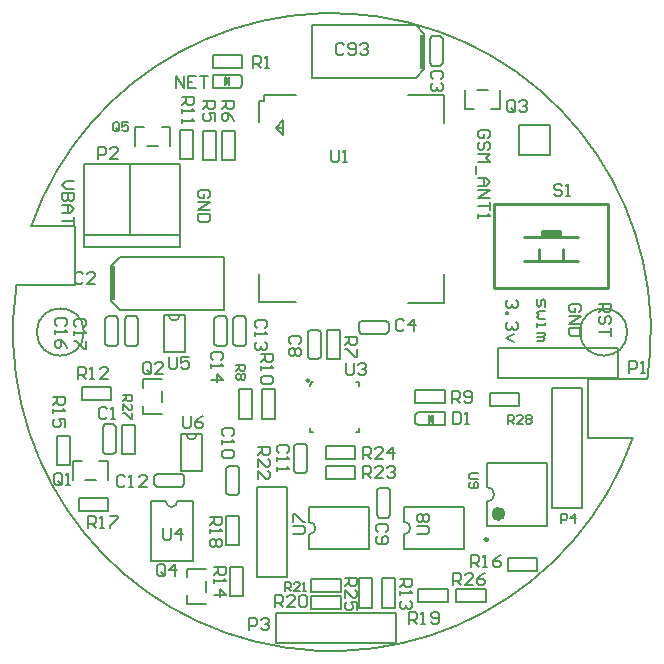
<source format=gto>
%FSLAX25Y25*%
%MOIN*%
G70*
G01*
G75*
%ADD10R,0.02756X0.03347*%
%ADD11R,0.03347X0.02756*%
%ADD12R,0.03937X0.03150*%
%ADD13R,0.07874X0.06000*%
%ADD14R,0.07000X0.03150*%
%ADD15O,0.07087X0.02362*%
%ADD16O,0.02362X0.07087*%
%ADD17R,0.03937X0.02362*%
%ADD18R,0.02362X0.03937*%
%ADD19R,0.01181X0.02165*%
%ADD20R,0.01181X0.03150*%
%ADD21R,0.02165X0.01181*%
%ADD22R,0.03150X0.01181*%
%ADD23O,0.05500X0.02500*%
%ADD24R,0.05500X0.02500*%
%ADD25R,0.08661X0.11811*%
%ADD26O,0.02500X0.05500*%
%ADD27R,0.02500X0.05500*%
%ADD28O,0.03543X0.01969*%
%ADD29R,0.03543X0.01969*%
%ADD30O,0.03543X0.01969*%
%ADD31C,0.01000*%
%ADD32C,0.00800*%
%ADD33C,0.03000*%
%ADD34C,0.02000*%
%ADD35C,0.04000*%
%ADD36C,0.05000*%
%ADD37C,0.06000*%
%ADD38C,0.00600*%
%ADD39C,0.02500*%
%ADD40C,0.00500*%
%ADD41C,0.06000*%
%ADD42R,0.05906X0.05906*%
%ADD43C,0.05906*%
%ADD44R,0.05906X0.05906*%
%ADD45O,0.07874X0.11811*%
%ADD46R,0.07874X0.11811*%
%ADD47C,0.03000*%
%ADD48C,0.02000*%
%ADD49C,0.05000*%
%ADD50R,0.02559X0.04843*%
%ADD51R,0.02756X0.08268*%
%ADD52R,0.01575X0.03347*%
%ADD53C,0.07000*%
%ADD54C,0.02362*%
%ADD55C,0.00984*%
%ADD56C,0.00787*%
%ADD57R,0.01575X0.11811*%
D31*
X-7747Y-16174D02*
G03*
X-7747Y-16174I-361J0D01*
G01*
X75934Y31602D02*
Y33602D01*
X69934Y31602D02*
Y33602D01*
X75934D01*
X69934Y32602D02*
X75934D01*
X63933Y31602D02*
X81934D01*
X76934Y23602D02*
Y27602D01*
X68934Y23602D02*
Y27602D01*
X69934Y23602D02*
X81934D01*
X63933D02*
X71934D01*
X53934Y38602D02*
Y42602D01*
X91934D01*
Y14602D02*
Y42602D01*
X53934Y14602D02*
X91934D01*
X53934D02*
Y38602D01*
D32*
X62364Y58900D02*
X72600D01*
X62364D02*
Y69136D01*
X72600D01*
Y58900D02*
Y69136D01*
D40*
X-55481Y-56274D02*
G03*
X-51481Y-56274I2000J0D01*
G01*
X24145Y-67307D02*
G03*
X24145Y-63307I0J2000D01*
G01*
X-7500Y-67355D02*
G03*
X-7500Y-63355I0J2000D01*
G01*
X-54366Y5588D02*
G03*
X-50823Y5588I1772J0D01*
G01*
X-48566Y-34038D02*
G03*
X-45023Y-34038I1772J0D01*
G01*
X-6968Y-86565D02*
X2874D01*
X-6968Y-82235D02*
X2874D01*
Y-86565D02*
Y-82235D01*
X-6968Y-86565D02*
Y-82235D01*
X-31031Y-28948D02*
Y-19105D01*
X-26700Y-28948D02*
Y-19105D01*
X-31031Y-28948D02*
X-26700D01*
X-31031Y-19105D02*
X-26700D01*
X15035Y-61075D02*
Y-52807D01*
X15822Y-61862D02*
X18578D01*
X15822Y-52020D02*
X18578D01*
X19365Y-61075D02*
Y-52807D01*
X18578Y-52020D02*
X19365Y-52807D01*
X15035D02*
X15822Y-52020D01*
X15035Y-61075D02*
X15822Y-61862D01*
X18578D02*
X19365Y-61075D01*
X-8335Y-46255D02*
Y-37987D01*
X-11878Y-37200D02*
X-9122D01*
X-11878Y-47043D02*
X-9122D01*
X-12665Y-46255D02*
Y-37987D01*
Y-46255D02*
X-11878Y-47043D01*
X-9122D02*
X-8335Y-46255D01*
X-9122Y-37200D02*
X-8335Y-37987D01*
X-12665D02*
X-11878Y-37200D01*
X-30835Y-53681D02*
Y-45413D01*
X-34378Y-44626D02*
X-31622D01*
X-34378Y-54469D02*
X-31622D01*
X-35165Y-53681D02*
Y-45413D01*
Y-53681D02*
X-34378Y-54469D01*
X-31622D02*
X-30835Y-53681D01*
X-31622Y-44626D02*
X-30835Y-45413D01*
X-35165D02*
X-34378Y-44626D01*
X-36565Y57221D02*
X-32235D01*
X-36565Y67064D02*
X-32235D01*
X-36565Y57221D02*
Y67064D01*
X-32235Y57221D02*
Y67064D01*
X-22700Y79126D02*
X-12000D01*
X-24300Y70026D02*
Y77026D01*
X-18800Y68126D02*
X-16400D01*
X25300Y79126D02*
X37500D01*
Y69726D02*
Y79126D01*
Y9826D02*
Y19326D01*
X25500Y9826D02*
X37500D01*
X-24300Y10026D02*
Y19226D01*
X-24200Y9926D02*
X-12000D01*
X-18800Y68126D02*
X-16400Y65726D01*
Y70526D01*
X-18800Y68126D02*
X-16400Y70526D01*
X-24300Y77026D02*
X-22700D01*
Y79126D01*
X-23465Y-28948D02*
X-19135D01*
X-23465Y-19105D02*
X-19135D01*
X-23465Y-28948D02*
Y-19105D01*
X-19135Y-28948D02*
Y-19105D01*
X27793Y-30274D02*
X28580Y-31061D01*
X32222Y-28896D02*
X33600D01*
X32222D02*
X33600Y-27518D01*
X32222Y-28896D02*
X33600Y-30274D01*
Y-27518D01*
X32222Y-30274D02*
Y-27518D01*
X27793Y-27518D02*
X28580Y-26731D01*
X28580Y-31061D02*
X37635D01*
X27793Y-30274D02*
Y-27518D01*
X28580Y-26731D02*
X37635D01*
Y-31061D02*
Y-26731D01*
X-42965Y67174D02*
X-38635D01*
X-42965Y57332D02*
X-38635D01*
Y67174D01*
X-42965Y57332D02*
Y67174D01*
X-1765Y700D02*
X2565D01*
X-1765Y-9143D02*
X2565D01*
Y700D01*
X-1765Y-9143D02*
Y700D01*
X-50113Y-47235D02*
X-49326Y-48022D01*
X-50113Y-51565D02*
X-49326Y-50778D01*
X-59168D02*
X-58381Y-51565D01*
X-59168Y-48022D02*
X-58381Y-47235D01*
X-50113D01*
X-59168Y-50778D02*
Y-48022D01*
X-49326Y-50778D02*
Y-48022D01*
X-58381Y-51565D02*
X-50113D01*
X-91565Y-44374D02*
X-87235D01*
X-91565Y-34532D02*
X-87235D01*
X-91565Y-44374D02*
Y-34532D01*
X-87235Y-44374D02*
Y-34532D01*
X-34065Y-88074D02*
X-29735D01*
X-34065Y-78232D02*
X-29735D01*
X-34065Y-88074D02*
Y-78232D01*
X-29735Y-88074D02*
Y-78232D01*
X-63068Y-27442D02*
X-56769D01*
X-63068Y-15631D02*
X-56769D01*
Y-23309D02*
Y-19765D01*
X-63068Y-27442D02*
Y-24490D01*
Y-18584D02*
Y-15631D01*
X-30713Y85791D02*
X-29926Y85004D01*
X-35733Y83626D02*
X-34355D01*
X-35733Y82248D02*
X-34355Y83626D01*
X-35733Y85004D02*
X-34355Y83626D01*
X-35733Y82248D02*
Y85004D01*
X-34355Y82248D02*
Y85004D01*
X-30713Y81461D02*
X-29926Y82248D01*
X-39768Y85791D02*
X-30713D01*
X-29926Y82248D02*
Y85004D01*
X-39768Y81461D02*
X-30713D01*
X-39768D02*
Y85791D01*
X-86395Y-49332D02*
Y-43032D01*
X-74584Y-49332D02*
Y-43032D01*
X-82261Y-49332D02*
X-78717D01*
X-86395Y-43032D02*
X-83442D01*
X-77536D02*
X-74584D01*
X-48368Y-90668D02*
X-42068D01*
X-48368Y-78857D02*
X-42068D01*
Y-86535D02*
Y-82991D01*
X-48368Y-90668D02*
Y-87716D01*
Y-81810D02*
Y-78857D01*
X-29826Y87961D02*
Y92291D01*
X-39669Y87961D02*
Y92291D01*
Y87961D02*
X-29826D01*
X-39669Y92291D02*
X-29826D01*
X-29322Y-4648D02*
X-28535Y-3861D01*
X-32865D02*
X-32078Y-4648D01*
X-32865Y4407D02*
X-32078Y5195D01*
X-29322D02*
X-28535Y4407D01*
Y-3861D02*
Y4407D01*
X-32078Y5195D02*
X-29322D01*
X-32078Y-4648D02*
X-29322D01*
X-32865Y-3861D02*
Y4407D01*
X-65422Y-4648D02*
X-64635Y-3861D01*
X-68965D02*
X-68178Y-4648D01*
X-68965Y4407D02*
X-68178Y5195D01*
X-65422D02*
X-64635Y4407D01*
Y-3861D02*
Y4407D01*
X-68178Y5195D02*
X-65422D01*
X-68178Y-4648D02*
X-65422D01*
X-68965Y-3861D02*
Y4407D01*
X-8065Y-87D02*
X-7278Y700D01*
X-4522D02*
X-3735Y-87D01*
X-4522Y-9143D02*
X-3735Y-8355D01*
X-8065D02*
X-7278Y-9143D01*
X-8065Y-8355D02*
Y-87D01*
X-7278Y-9143D02*
X-4522D01*
X-7278Y700D02*
X-4522D01*
X-3735Y-8355D02*
Y-87D01*
X-75565Y4413D02*
X-74778Y5200D01*
X-72022D02*
X-71235Y4413D01*
X-72022Y-4642D02*
X-71235Y-3855D01*
X-75565D02*
X-74778Y-4642D01*
X-75565Y-3855D02*
Y4413D01*
X-74778Y-4642D02*
X-72022D01*
X-74778Y5200D02*
X-72022D01*
X-71235Y-3855D02*
Y4413D01*
X-39165Y4407D02*
X-38378Y5195D01*
X-35622D02*
X-34835Y4407D01*
X-35622Y-4648D02*
X-34835Y-3861D01*
X-39165D02*
X-38378Y-4648D01*
X-39165Y-3861D02*
Y4407D01*
X-38378Y-4648D02*
X-35622D01*
X-38378Y5195D02*
X-35622D01*
X-34835Y-3861D02*
Y4407D01*
X-35165Y-71074D02*
X-30835D01*
X-35165Y-61231D02*
X-30835D01*
X-35165Y-71074D02*
Y-61231D01*
X-30835Y-71074D02*
Y-61231D01*
X-73626Y-22565D02*
Y-18235D01*
X-83469Y-22565D02*
Y-18235D01*
Y-22565D02*
X-73626D01*
X-83469Y-18235D02*
X-73626D01*
X68474Y-79665D02*
Y-75335D01*
X58631Y-79665D02*
Y-75335D01*
Y-79665D02*
X68474D01*
X58631Y-75335D02*
X68474D01*
X9026Y248D02*
X9813Y-539D01*
X9026Y3004D02*
X9813Y3791D01*
X18081D02*
X18868Y3004D01*
X18081Y-539D02*
X18868Y248D01*
X9813Y-539D02*
X18081D01*
X18868Y248D02*
Y3004D01*
X9026Y248D02*
Y3004D01*
X9813Y3791D02*
X18081D01*
X37641Y-23661D02*
Y-19331D01*
X27798Y-23661D02*
Y-19331D01*
Y-23661D02*
X37641D01*
X27798Y-19331D02*
X37641D01*
X16835Y-82126D02*
X21165D01*
X16835Y-91969D02*
X21165D01*
Y-82126D01*
X16835Y-91969D02*
Y-82126D01*
X28771Y-89939D02*
Y-85609D01*
X38613Y-89939D02*
Y-85609D01*
X28771D02*
X38613D01*
X28771Y-89939D02*
X38613D01*
X-51481Y-56274D02*
X-46481D01*
X-60481D02*
X-55481D01*
X-60481Y-76274D02*
X-46481D01*
Y-56274D01*
X-60481Y-76274D02*
Y-56274D01*
X-50565Y57626D02*
X-46235D01*
X-50565Y67469D02*
X-46235D01*
X-50565Y57626D02*
Y67469D01*
X-46235Y57626D02*
Y67469D01*
X27865Y102358D02*
X30818Y99405D01*
Y87594D02*
Y99405D01*
X27865Y84642D02*
X30818Y87594D01*
X-6780Y102358D02*
X27865D01*
X-6780Y84642D02*
X27865D01*
X-6780D02*
Y102358D01*
X41426Y-90039D02*
Y-85709D01*
X51269Y-90039D02*
Y-85709D01*
X41426D02*
X51269D01*
X41426Y-90039D02*
X51269D01*
X9135Y-82126D02*
X13465D01*
X9135Y-91969D02*
X13465D01*
Y-82126D01*
X9135Y-91969D02*
Y-82126D01*
X7774Y-42339D02*
Y-38009D01*
X-2069Y-42339D02*
Y-38009D01*
Y-42339D02*
X7774D01*
X-2069Y-38009D02*
X7774D01*
Y-48939D02*
Y-44609D01*
X-2069Y-48939D02*
Y-44609D01*
Y-48939D02*
X7774D01*
X-2069Y-44609D02*
X7774D01*
X24145Y-63307D02*
Y-58307D01*
Y-72307D02*
Y-67307D01*
X44145Y-72307D02*
Y-58307D01*
X24145D02*
X44145D01*
X24145Y-72307D02*
X44145D01*
X-7500Y-63355D02*
Y-58355D01*
Y-72355D02*
Y-67355D01*
X12500Y-72355D02*
Y-58355D01*
X-7500D02*
X12500D01*
X-7500Y-72355D02*
X12500D01*
X56068Y74432D02*
Y80731D01*
X44258Y74432D02*
Y80731D01*
X48391D02*
X51935D01*
X53116Y74432D02*
X56068D01*
X44258D02*
X47210D01*
X-56138Y-6617D02*
Y5588D01*
X-49051D01*
X-56138Y-6617D02*
X-49051D01*
Y5588D01*
X-67400Y32320D02*
Y55942D01*
X-50589Y28383D02*
Y55942D01*
X-82600Y28383D02*
Y55942D01*
X-50589D01*
X-82600Y28383D02*
X-50589D01*
X-82600Y32320D02*
X-50589D01*
X-74626Y-59665D02*
Y-55335D01*
X-84469Y-59665D02*
Y-55335D01*
Y-59665D02*
X-74626D01*
X-84469Y-55335D02*
X-74626D01*
X-72922Y-40648D02*
X-72135Y-39861D01*
X-76465D02*
X-75678Y-40648D01*
X-76465Y-31593D02*
X-75678Y-30806D01*
X-72922D02*
X-72135Y-31593D01*
Y-39861D02*
Y-31593D01*
X-75678Y-30806D02*
X-72922D01*
X-75678Y-40648D02*
X-72922D01*
X-76465Y-39861D02*
Y-31593D01*
X2874Y-92165D02*
Y-87835D01*
X-6968Y-92165D02*
Y-87835D01*
Y-92165D02*
X2874D01*
X-6968Y-87835D02*
X2874D01*
X32535Y97787D02*
X33322Y98574D01*
X36078D02*
X36865Y97787D01*
X36078Y88731D02*
X36865Y89519D01*
X32535D02*
X33322Y88731D01*
X32535Y89519D02*
Y97787D01*
X33322Y88731D02*
X36078D01*
X33322Y98574D02*
X36078D01*
X36865Y89519D02*
Y97787D01*
X-36091Y7342D02*
Y25058D01*
X-70737D02*
X-36091D01*
X-70737Y7342D02*
X-36091D01*
X-73690Y22106D02*
X-70737Y25058D01*
X-73690Y10294D02*
Y22106D01*
Y10294D02*
X-70737Y7342D01*
X-50338Y-46242D02*
Y-34038D01*
X-43251D01*
X-50338Y-46242D02*
X-43251D01*
Y-34038D01*
X-65668Y62169D02*
Y68468D01*
X-53857Y62169D02*
Y68468D01*
X-61535Y62169D02*
X-57991D01*
X-65668Y68468D02*
X-62716D01*
X-56810D02*
X-53857D01*
X-70065Y-40748D02*
X-65735D01*
X-70065Y-30906D02*
X-65735D01*
X-70065Y-40748D02*
Y-30906D01*
X-65735Y-40748D02*
Y-30906D01*
X62374Y-24565D02*
Y-20235D01*
X52531Y-24565D02*
Y-20235D01*
Y-24565D02*
X62374D01*
X52531Y-20235D02*
X62374D01*
X-15700Y-86400D02*
Y-83401D01*
X-14200D01*
X-13701Y-83901D01*
Y-84900D01*
X-14200Y-85400D01*
X-15700D01*
X-14700D02*
X-13701Y-86400D01*
X-10702D02*
X-12701D01*
X-10702Y-84401D01*
Y-83901D01*
X-11201Y-83401D01*
X-12201D01*
X-12701Y-83901D01*
X-9702Y-86400D02*
X-8702D01*
X-9202D01*
Y-83401D01*
X-9702Y-83901D01*
X-31900Y-10974D02*
X-28901D01*
Y-12473D01*
X-29401Y-12973D01*
X-30400D01*
X-30900Y-12473D01*
Y-10974D01*
Y-11974D02*
X-31900Y-12973D01*
X-29401Y-13973D02*
X-28901Y-14473D01*
Y-15473D01*
X-29401Y-15972D01*
X-29901D01*
X-30400Y-15473D01*
X-30900Y-15972D01*
X-31400D01*
X-31900Y-15473D01*
Y-14473D01*
X-31400Y-13973D01*
X-30900D01*
X-30400Y-14473D01*
X-29901Y-13973D01*
X-29401D01*
X-30400Y-14473D02*
Y-15473D01*
X-14968Y-40240D02*
X-14301Y-39573D01*
Y-38241D01*
X-14968Y-37574D01*
X-17634D01*
X-18300Y-38241D01*
Y-39573D01*
X-17634Y-40240D01*
X-18300Y-41573D02*
Y-42906D01*
Y-42239D01*
X-14301D01*
X-14968Y-41573D01*
X-18300Y-44905D02*
Y-46238D01*
Y-45571D01*
X-14301D01*
X-14968Y-44905D01*
X-33368Y-34766D02*
X-32701Y-34099D01*
Y-32766D01*
X-33368Y-32100D01*
X-36034D01*
X-36700Y-32766D01*
Y-34099D01*
X-36034Y-34766D01*
X-36700Y-36099D02*
Y-37432D01*
Y-36765D01*
X-32701D01*
X-33368Y-36099D01*
Y-39431D02*
X-32701Y-40097D01*
Y-41430D01*
X-33368Y-42097D01*
X-36034D01*
X-36700Y-41430D01*
Y-40097D01*
X-36034Y-39431D01*
X-33368D01*
X17932Y-66540D02*
X18599Y-65873D01*
Y-64540D01*
X17932Y-63874D01*
X15267D01*
X14600Y-64540D01*
Y-65873D01*
X15267Y-66540D01*
Y-67873D02*
X14600Y-68539D01*
Y-69872D01*
X15267Y-70539D01*
X17932D01*
X18599Y-69872D01*
Y-68539D01*
X17932Y-67873D01*
X17266D01*
X16599Y-68539D01*
Y-70539D01*
X-75134Y-25668D02*
X-75801Y-25001D01*
X-77134D01*
X-77800Y-25668D01*
Y-28334D01*
X-77134Y-29000D01*
X-75801D01*
X-75134Y-28334D01*
X-73801Y-29000D02*
X-72468D01*
X-73135D01*
Y-25001D01*
X-73801Y-25668D01*
X24066Y3558D02*
X23399Y4225D01*
X22066D01*
X21400Y3558D01*
Y892D01*
X22066Y226D01*
X23399D01*
X24066Y892D01*
X27398Y226D02*
Y4225D01*
X25399Y2225D01*
X28065D01*
X36332Y84334D02*
X36999Y85001D01*
Y86334D01*
X36332Y87000D01*
X33666D01*
X33000Y86334D01*
Y85001D01*
X33666Y84334D01*
X36332Y83001D02*
X36999Y82335D01*
Y81002D01*
X36332Y80335D01*
X35666D01*
X34999Y81002D01*
Y81668D01*
Y81002D01*
X34333Y80335D01*
X33666D01*
X33000Y81002D01*
Y82335D01*
X33666Y83001D01*
X-22368Y1434D02*
X-21701Y2101D01*
Y3434D01*
X-22368Y4100D01*
X-25034D01*
X-25700Y3434D01*
Y2101D01*
X-25034Y1434D01*
X-25700Y101D02*
Y-1232D01*
Y-565D01*
X-21701D01*
X-22368Y101D01*
Y-3231D02*
X-21701Y-3897D01*
Y-5230D01*
X-22368Y-5897D01*
X-23034D01*
X-23701Y-5230D01*
Y-4564D01*
Y-5230D01*
X-24367Y-5897D01*
X-25034D01*
X-25700Y-5230D01*
Y-3897D01*
X-25034Y-3231D01*
X-82568Y1634D02*
X-81901Y2301D01*
Y3634D01*
X-82568Y4300D01*
X-85234D01*
X-85900Y3634D01*
Y2301D01*
X-85234Y1634D01*
X-85900Y301D02*
Y-1032D01*
Y-365D01*
X-81901D01*
X-82568Y301D01*
X-81901Y-3031D02*
Y-5697D01*
X-82568D01*
X-85234Y-3031D01*
X-85900D01*
X-10968Y-3840D02*
X-10301Y-3173D01*
Y-1840D01*
X-10968Y-1174D01*
X-13634D01*
X-14300Y-1840D01*
Y-3173D01*
X-13634Y-3840D01*
X-10968Y-5173D02*
X-10301Y-5839D01*
Y-7172D01*
X-10968Y-7839D01*
X-11634D01*
X-12301Y-7172D01*
X-12967Y-7839D01*
X-13634D01*
X-14300Y-7172D01*
Y-5839D01*
X-13634Y-5173D01*
X-12967D01*
X-12301Y-5839D01*
X-11634Y-5173D01*
X-10968D01*
X-12301Y-5839D02*
Y-7172D01*
X-89068Y1934D02*
X-88401Y2601D01*
Y3934D01*
X-89068Y4600D01*
X-91734D01*
X-92400Y3934D01*
Y2601D01*
X-91734Y1934D01*
X-92400Y601D02*
Y-732D01*
Y-65D01*
X-88401D01*
X-89068Y601D01*
X-88401Y-5397D02*
X-89068Y-4064D01*
X-90401Y-2731D01*
X-91734D01*
X-92400Y-3397D01*
Y-4730D01*
X-91734Y-5397D01*
X-91067D01*
X-90401Y-4730D01*
Y-2731D01*
X-36968Y-9266D02*
X-36301Y-8599D01*
Y-7266D01*
X-36968Y-6600D01*
X-39634D01*
X-40300Y-7266D01*
Y-8599D01*
X-39634Y-9266D01*
X-40300Y-10599D02*
Y-11932D01*
Y-11265D01*
X-36301D01*
X-36968Y-10599D01*
X-40300Y-15930D02*
X-36301D01*
X-38301Y-13931D01*
Y-16597D01*
X-68834Y-48168D02*
X-69501Y-47501D01*
X-70834D01*
X-71500Y-48168D01*
Y-50834D01*
X-70834Y-51500D01*
X-69501D01*
X-68834Y-50834D01*
X-67501Y-51500D02*
X-66168D01*
X-66835D01*
Y-47501D01*
X-67501Y-48168D01*
X-61503Y-51500D02*
X-64169D01*
X-61503Y-48834D01*
Y-48168D01*
X-62170Y-47501D01*
X-63503D01*
X-64169Y-48168D01*
X40200Y-26575D02*
Y-30574D01*
X42199D01*
X42866Y-29908D01*
Y-27242D01*
X42199Y-26575D01*
X40200D01*
X44199Y-30574D02*
X45532D01*
X44865D01*
Y-26575D01*
X44199Y-27242D01*
X52032Y64634D02*
X52699Y65301D01*
Y66634D01*
X52032Y67300D01*
X49366D01*
X48700Y66634D01*
Y65301D01*
X49366Y64634D01*
X50699D01*
Y65967D01*
X52032Y60636D02*
X52699Y61302D01*
Y62635D01*
X52032Y63301D01*
X51366D01*
X50699Y62635D01*
Y61302D01*
X50033Y60636D01*
X49366D01*
X48700Y61302D01*
Y62635D01*
X49366Y63301D01*
X48700Y59303D02*
X52699D01*
X51366Y57970D01*
X52699Y56637D01*
X48700D01*
X48034Y55304D02*
Y52638D01*
X48700Y51305D02*
X51366D01*
X52699Y49972D01*
X51366Y48639D01*
X48700D01*
X50699D01*
Y51305D01*
X48700Y47306D02*
X52699D01*
X48700Y44641D01*
X52699D01*
Y43308D02*
Y40642D01*
Y41975D01*
X48700D01*
Y39309D02*
Y37976D01*
Y38643D01*
X52699D01*
X52032Y39309D01*
X-27657Y-99315D02*
Y-95316D01*
X-25658D01*
X-24992Y-95983D01*
Y-97316D01*
X-25658Y-97982D01*
X-27657D01*
X-23659Y-95983D02*
X-22992Y-95316D01*
X-21659D01*
X-20993Y-95983D01*
Y-96649D01*
X-21659Y-97316D01*
X-22326D01*
X-21659D01*
X-20993Y-97982D01*
Y-98649D01*
X-21659Y-99315D01*
X-22992D01*
X-23659Y-98649D01*
X-42900Y77100D02*
X-38901D01*
Y75101D01*
X-39568Y74434D01*
X-40901D01*
X-41567Y75101D01*
Y77100D01*
Y75767D02*
X-42900Y74434D01*
X-38901Y70436D02*
Y73101D01*
X-40901D01*
X-40234Y71768D01*
Y71102D01*
X-40901Y70436D01*
X-42234D01*
X-42900Y71102D01*
Y72435D01*
X-42234Y73101D01*
X-36500Y76895D02*
X-32501D01*
Y74896D01*
X-33168Y74230D01*
X-34501D01*
X-35167Y74896D01*
Y76895D01*
Y75563D02*
X-36500Y74230D01*
X-32501Y70231D02*
X-33168Y71564D01*
X-34501Y72897D01*
X-35834D01*
X-36500Y72230D01*
Y70897D01*
X-35834Y70231D01*
X-35167D01*
X-34501Y70897D01*
Y72897D01*
X-23500Y-7374D02*
X-19501D01*
Y-9373D01*
X-20168Y-10040D01*
X-21501D01*
X-22167Y-9373D01*
Y-7374D01*
Y-8707D02*
X-23500Y-10040D01*
Y-11373D02*
Y-12706D01*
Y-12039D01*
X-19501D01*
X-20168Y-11373D01*
Y-14705D02*
X-19501Y-15371D01*
Y-16704D01*
X-20168Y-17371D01*
X-22833D01*
X-23500Y-16704D01*
Y-15371D01*
X-22833Y-14705D01*
X-20168D01*
X39900Y-23574D02*
Y-19575D01*
X41899D01*
X42566Y-20242D01*
Y-21575D01*
X41899Y-22241D01*
X39900D01*
X41233D02*
X42566Y-23574D01*
X43899Y-22908D02*
X44565Y-23574D01*
X45898D01*
X46564Y-22908D01*
Y-20242D01*
X45898Y-19575D01*
X44565D01*
X43899Y-20242D01*
Y-20908D01*
X44565Y-21575D01*
X46564D01*
X-92900Y-21800D02*
X-88901D01*
Y-23799D01*
X-89568Y-24466D01*
X-90901D01*
X-91567Y-23799D01*
Y-21800D01*
Y-23133D02*
X-92900Y-24466D01*
Y-25799D02*
Y-27132D01*
Y-26465D01*
X-88901D01*
X-89568Y-25799D01*
X-88901Y-31797D02*
Y-29131D01*
X-90901D01*
X-90234Y-30464D01*
Y-31130D01*
X-90901Y-31797D01*
X-92234D01*
X-92900Y-31130D01*
Y-29797D01*
X-92234Y-29131D01*
X22600Y-82400D02*
X26599D01*
Y-84399D01*
X25932Y-85066D01*
X24599D01*
X23933Y-84399D01*
Y-82400D01*
Y-83733D02*
X22600Y-85066D01*
Y-86399D02*
Y-87732D01*
Y-87065D01*
X26599D01*
X25932Y-86399D01*
Y-89731D02*
X26599Y-90397D01*
Y-91730D01*
X25932Y-92397D01*
X25266D01*
X24599Y-91730D01*
Y-91064D01*
Y-91730D01*
X23933Y-92397D01*
X23267D01*
X22600Y-91730D01*
Y-90397D01*
X23267Y-89731D01*
X25700Y-97400D02*
Y-93401D01*
X27699D01*
X28366Y-94068D01*
Y-95401D01*
X27699Y-96067D01*
X25700D01*
X27033D02*
X28366Y-97400D01*
X29699D02*
X31032D01*
X30365D01*
Y-93401D01*
X29699Y-94068D01*
X33031Y-96734D02*
X33697Y-97400D01*
X35030D01*
X35697Y-96734D01*
Y-94068D01*
X35030Y-93401D01*
X33697D01*
X33031Y-94068D01*
Y-94734D01*
X33697Y-95401D01*
X35697D01*
X-19100Y-91800D02*
Y-87801D01*
X-17101D01*
X-16434Y-88468D01*
Y-89801D01*
X-17101Y-90467D01*
X-19100D01*
X-17767D02*
X-16434Y-91800D01*
X-12436D02*
X-15101D01*
X-12436Y-89134D01*
Y-88468D01*
X-13102Y-87801D01*
X-14435D01*
X-15101Y-88468D01*
X-11103D02*
X-10436Y-87801D01*
X-9103D01*
X-8437Y-88468D01*
Y-91134D01*
X-9103Y-91800D01*
X-10436D01*
X-11103Y-91134D01*
Y-88468D01*
X-24600Y-38474D02*
X-20601D01*
Y-40473D01*
X-21268Y-41140D01*
X-22601D01*
X-23267Y-40473D01*
Y-38474D01*
Y-39807D02*
X-24600Y-41140D01*
Y-45138D02*
Y-42473D01*
X-21934Y-45138D01*
X-21268D01*
X-20601Y-44472D01*
Y-43139D01*
X-21268Y-42473D01*
X-24600Y-49137D02*
Y-46471D01*
X-21934Y-49137D01*
X-21268D01*
X-20601Y-48471D01*
Y-47138D01*
X-21268Y-46471D01*
X-40800Y-61700D02*
X-36801D01*
Y-63699D01*
X-37468Y-64366D01*
X-38801D01*
X-39467Y-63699D01*
Y-61700D01*
Y-63033D02*
X-40800Y-64366D01*
Y-65699D02*
Y-67032D01*
Y-66365D01*
X-36801D01*
X-37468Y-65699D01*
Y-69031D02*
X-36801Y-69697D01*
Y-71030D01*
X-37468Y-71697D01*
X-38134D01*
X-38801Y-71030D01*
X-39467Y-71697D01*
X-40134D01*
X-40800Y-71030D01*
Y-69697D01*
X-40134Y-69031D01*
X-39467D01*
X-38801Y-69697D01*
X-38134Y-69031D01*
X-37468D01*
X-38801Y-69697D02*
Y-71030D01*
X-84700Y-15800D02*
Y-11801D01*
X-82701D01*
X-82034Y-12468D01*
Y-13801D01*
X-82701Y-14467D01*
X-84700D01*
X-83367D02*
X-82034Y-15800D01*
X-80701D02*
X-79368D01*
X-80035D01*
Y-11801D01*
X-80701Y-12468D01*
X-74703Y-15800D02*
X-77369D01*
X-74703Y-13134D01*
Y-12468D01*
X-75370Y-11801D01*
X-76703D01*
X-77369Y-12468D01*
X-39200Y-78400D02*
X-35201D01*
Y-80399D01*
X-35868Y-81066D01*
X-37201D01*
X-37867Y-80399D01*
Y-78400D01*
Y-79733D02*
X-39200Y-81066D01*
Y-82399D02*
Y-83732D01*
Y-83065D01*
X-35201D01*
X-35868Y-82399D01*
X-39200Y-87730D02*
X-35201D01*
X-37201Y-85731D01*
Y-88397D01*
X4200Y-1774D02*
X8199D01*
Y-3773D01*
X7532Y-4440D01*
X6199D01*
X5533Y-3773D01*
Y-1774D01*
Y-3107D02*
X4200Y-4440D01*
X8199Y-5773D02*
Y-8439D01*
X7532D01*
X4866Y-5773D01*
X4200D01*
X46300Y-78200D02*
Y-74201D01*
X48299D01*
X48966Y-74868D01*
Y-76201D01*
X48299Y-76867D01*
X46300D01*
X47633D02*
X48966Y-78200D01*
X50299D02*
X51632D01*
X50965D01*
Y-74201D01*
X50299Y-74868D01*
X56297Y-74201D02*
X54964Y-74868D01*
X53631Y-76201D01*
Y-77534D01*
X54297Y-78200D01*
X55630D01*
X56297Y-77534D01*
Y-76867D01*
X55630Y-76201D01*
X53631D01*
X-81400Y-65400D02*
Y-61401D01*
X-79401D01*
X-78734Y-62068D01*
Y-63401D01*
X-79401Y-64067D01*
X-81400D01*
X-80067D02*
X-78734Y-65400D01*
X-77401D02*
X-76068D01*
X-76735D01*
Y-61401D01*
X-77401Y-62068D01*
X-74069Y-61401D02*
X-71403D01*
Y-62068D01*
X-74069Y-64734D01*
Y-65400D01*
X76566Y48832D02*
X75899Y49499D01*
X74566D01*
X73900Y48832D01*
Y48166D01*
X74566Y47499D01*
X75899D01*
X76566Y46833D01*
Y46166D01*
X75899Y45500D01*
X74566D01*
X73900Y46166D01*
X77899Y45500D02*
X79232D01*
X78565D01*
Y49499D01*
X77899Y48832D01*
X4700Y-10301D02*
Y-13634D01*
X5366Y-14300D01*
X6699D01*
X7366Y-13634D01*
Y-10301D01*
X8699Y-10968D02*
X9365Y-10301D01*
X10698D01*
X11365Y-10968D01*
Y-11634D01*
X10698Y-12301D01*
X10032D01*
X10698D01*
X11365Y-12967D01*
Y-13634D01*
X10698Y-14300D01*
X9365D01*
X8699Y-13634D01*
X-400Y60799D02*
Y57466D01*
X266Y56800D01*
X1599D01*
X2266Y57466D01*
Y60799D01*
X3599Y56800D02*
X4932D01*
X4265D01*
Y60799D01*
X3599Y60132D01*
X-49600Y-28101D02*
Y-31434D01*
X-48934Y-32100D01*
X-47601D01*
X-46934Y-31434D01*
Y-28101D01*
X-42935D02*
X-44268Y-28768D01*
X-45601Y-30101D01*
Y-31434D01*
X-44935Y-32100D01*
X-43602D01*
X-42935Y-31434D01*
Y-30767D01*
X-43602Y-30101D01*
X-45601D01*
X-52000Y81326D02*
Y85325D01*
X-49334Y81326D01*
Y85325D01*
X-45336D02*
X-48001D01*
Y81326D01*
X-45336D01*
X-48001Y83325D02*
X-46668D01*
X-44003Y85325D02*
X-41337D01*
X-42670D01*
Y81326D01*
X-60334Y-13308D02*
Y-10642D01*
X-61001Y-9975D01*
X-62334D01*
X-63000Y-10642D01*
Y-13308D01*
X-62334Y-13974D01*
X-61001D01*
X-61667Y-12641D02*
X-60334Y-13974D01*
X-61001D02*
X-60334Y-13308D01*
X-56336Y-13974D02*
X-59001D01*
X-56336Y-11308D01*
Y-10642D01*
X-57002Y-9975D01*
X-58335D01*
X-59001Y-10642D01*
X-55734Y-80634D02*
Y-77968D01*
X-56401Y-77301D01*
X-57734D01*
X-58400Y-77968D01*
Y-80634D01*
X-57734Y-81300D01*
X-56401D01*
X-57067Y-79967D02*
X-55734Y-81300D01*
X-56401D02*
X-55734Y-80634D01*
X-52402Y-81300D02*
Y-77301D01*
X-54401Y-79301D01*
X-51736D01*
X-89934Y-50434D02*
Y-47768D01*
X-90601Y-47101D01*
X-91934D01*
X-92600Y-47768D01*
Y-50434D01*
X-91934Y-51100D01*
X-90601D01*
X-91267Y-49767D02*
X-89934Y-51100D01*
X-90601D02*
X-89934Y-50434D01*
X-88601Y-51100D02*
X-87268D01*
X-87935D01*
Y-47101D01*
X-88601Y-47768D01*
X-26400Y88126D02*
Y92125D01*
X-24401D01*
X-23734Y91458D01*
Y90125D01*
X-24401Y89459D01*
X-26400D01*
X-25067D02*
X-23734Y88126D01*
X-22401D02*
X-21068D01*
X-21735D01*
Y92125D01*
X-22401Y91458D01*
X-56400Y-65475D02*
Y-68808D01*
X-55734Y-69474D01*
X-54401D01*
X-53734Y-68808D01*
Y-65475D01*
X-50402Y-69474D02*
Y-65475D01*
X-52401Y-67475D01*
X-49736D01*
X-54400Y-8301D02*
Y-11633D01*
X-53734Y-12300D01*
X-52401D01*
X-51734Y-11633D01*
Y-8301D01*
X-47736D02*
X-50401D01*
Y-10301D01*
X-49068Y-9634D01*
X-48402D01*
X-47736Y-10301D01*
Y-11633D01*
X-48402Y-12300D01*
X-49735D01*
X-50401Y-11633D01*
X99000Y-13674D02*
Y-9675D01*
X100999D01*
X101666Y-10342D01*
Y-11675D01*
X100999Y-12341D01*
X99000D01*
X102999Y-13674D02*
X104332D01*
X103665D01*
Y-9675D01*
X102999Y-10342D01*
X-78000Y57600D02*
Y61599D01*
X-76001D01*
X-75334Y60932D01*
Y59599D01*
X-76001Y58933D01*
X-78000D01*
X-71336Y57600D02*
X-74001D01*
X-71336Y60266D01*
Y60932D01*
X-72002Y61599D01*
X-73335D01*
X-74001Y60932D01*
X4066Y95532D02*
X3399Y96199D01*
X2066D01*
X1400Y95532D01*
Y92866D01*
X2066Y92200D01*
X3399D01*
X4066Y92866D01*
X5399D02*
X6065Y92200D01*
X7398D01*
X8065Y92866D01*
Y95532D01*
X7398Y96199D01*
X6065D01*
X5399Y95532D01*
Y94866D01*
X6065Y94199D01*
X8065D01*
X9397Y95532D02*
X10064Y96199D01*
X11397D01*
X12063Y95532D01*
Y94866D01*
X11397Y94199D01*
X10730D01*
X11397D01*
X12063Y93533D01*
Y92866D01*
X11397Y92200D01*
X10064D01*
X9397Y92866D01*
X-50000Y78400D02*
X-46001D01*
Y76401D01*
X-46668Y75734D01*
X-48001D01*
X-48667Y76401D01*
Y78400D01*
Y77067D02*
X-50000Y75734D01*
Y74401D02*
Y73068D01*
Y73735D01*
X-46001D01*
X-46668Y74401D01*
X-50000Y71069D02*
Y69736D01*
Y70403D01*
X-46001D01*
X-46668Y71069D01*
X10300Y-48674D02*
Y-44675D01*
X12299D01*
X12966Y-45342D01*
Y-46675D01*
X12299Y-47341D01*
X10300D01*
X11633D02*
X12966Y-48674D01*
X16964D02*
X14299D01*
X16964Y-46008D01*
Y-45342D01*
X16298Y-44675D01*
X14965D01*
X14299Y-45342D01*
X18297D02*
X18964Y-44675D01*
X20297D01*
X20963Y-45342D01*
Y-46008D01*
X20297Y-46675D01*
X19630D01*
X20297D01*
X20963Y-47341D01*
Y-48008D01*
X20297Y-48674D01*
X18964D01*
X18297Y-48008D01*
X10500Y-42274D02*
Y-38275D01*
X12499D01*
X13166Y-38942D01*
Y-40275D01*
X12499Y-40941D01*
X10500D01*
X11833D02*
X13166Y-42274D01*
X17165D02*
X14499D01*
X17165Y-39608D01*
Y-38942D01*
X16498Y-38275D01*
X15165D01*
X14499Y-38942D01*
X20497Y-42274D02*
Y-38275D01*
X18497Y-40275D01*
X21163D01*
X4300Y-82100D02*
X8299D01*
Y-84099D01*
X7632Y-84766D01*
X6299D01*
X5633Y-84099D01*
Y-82100D01*
Y-83433D02*
X4300Y-84766D01*
Y-88765D02*
Y-86099D01*
X6966Y-88765D01*
X7632D01*
X8299Y-88098D01*
Y-86765D01*
X7632Y-86099D01*
X8299Y-92763D02*
Y-90097D01*
X6299D01*
X6966Y-91430D01*
Y-92097D01*
X6299Y-92763D01*
X4966D01*
X4300Y-92097D01*
Y-90764D01*
X4966Y-90097D01*
X40400Y-84200D02*
Y-80201D01*
X42399D01*
X43066Y-80868D01*
Y-82201D01*
X42399Y-82867D01*
X40400D01*
X41733D02*
X43066Y-84200D01*
X47065D02*
X44399D01*
X47065Y-81534D01*
Y-80868D01*
X46398Y-80201D01*
X45065D01*
X44399Y-80868D01*
X51063Y-80201D02*
X49730Y-80868D01*
X48397Y-82201D01*
Y-83534D01*
X49064Y-84200D01*
X50397D01*
X51063Y-83534D01*
Y-82867D01*
X50397Y-82201D01*
X48397D01*
X-13099Y-67374D02*
X-9766D01*
X-9100Y-66708D01*
Y-65375D01*
X-9766Y-64708D01*
X-13099D01*
Y-63375D02*
Y-60710D01*
X-12432D01*
X-9766Y-63375D01*
X-9100D01*
X28501Y-67274D02*
X31834D01*
X32500Y-66608D01*
Y-65275D01*
X31834Y-64608D01*
X28501D01*
X29168Y-63275D02*
X28501Y-62609D01*
Y-61276D01*
X29168Y-60610D01*
X29834D01*
X30501Y-61276D01*
X31167Y-60610D01*
X31834D01*
X32500Y-61276D01*
Y-62609D01*
X31834Y-63275D01*
X31167D01*
X30501Y-62609D01*
X29834Y-63275D01*
X29168D01*
X30501Y-62609D02*
Y-61276D01*
X60866Y74066D02*
Y76732D01*
X60199Y77399D01*
X58866D01*
X58200Y76732D01*
Y74066D01*
X58866Y73400D01*
X60199D01*
X59533Y74733D02*
X60866Y73400D01*
X60199D02*
X60866Y74066D01*
X62199Y76732D02*
X62865Y77399D01*
X64198D01*
X64864Y76732D01*
Y76066D01*
X64198Y75399D01*
X63532D01*
X64198D01*
X64864Y74733D01*
Y74066D01*
X64198Y73400D01*
X62865D01*
X62199Y74066D01*
X-83101Y19332D02*
X-83767Y19998D01*
X-85100D01*
X-85767Y19332D01*
Y16666D01*
X-85100Y16000D01*
X-83767D01*
X-83101Y16666D01*
X-79102Y16000D02*
X-81768D01*
X-79102Y18665D01*
Y19332D01*
X-79768Y19998D01*
X-81101D01*
X-81768Y19332D01*
X-70901Y67400D02*
Y69399D01*
X-71400Y69899D01*
X-72400D01*
X-72900Y69399D01*
Y67400D01*
X-72400Y66900D01*
X-71400D01*
X-71900Y67900D02*
X-70901Y66900D01*
X-71400D02*
X-70901Y67400D01*
X-67902Y69899D02*
X-69901D01*
Y68400D01*
X-68901Y68899D01*
X-68401D01*
X-67902Y68400D01*
Y67400D01*
X-68401Y66900D01*
X-69401D01*
X-69901Y67400D01*
X-69600Y-21000D02*
X-66601D01*
Y-22500D01*
X-67101Y-22999D01*
X-68101D01*
X-68600Y-22500D01*
Y-21000D01*
Y-22000D02*
X-69600Y-22999D01*
Y-25998D02*
Y-23999D01*
X-67601Y-25998D01*
X-67101D01*
X-66601Y-25499D01*
Y-24499D01*
X-67101Y-23999D01*
X-66601Y-26998D02*
Y-28997D01*
X-67101D01*
X-69100Y-26998D01*
X-69600D01*
X76400Y-63500D02*
Y-60501D01*
X77899D01*
X78399Y-61001D01*
Y-62001D01*
X77899Y-62500D01*
X76400D01*
X80899Y-63500D02*
Y-60501D01*
X79399Y-62001D01*
X81398D01*
X58600Y-30500D02*
Y-27501D01*
X60100D01*
X60599Y-28001D01*
Y-29000D01*
X60100Y-29500D01*
X58600D01*
X59600D02*
X60599Y-30500D01*
X63598D02*
X61599D01*
X63598Y-28501D01*
Y-28001D01*
X63099Y-27501D01*
X62099D01*
X61599Y-28001D01*
X64598D02*
X65098Y-27501D01*
X66098D01*
X66597Y-28001D01*
Y-28501D01*
X66098Y-29000D01*
X66597Y-29500D01*
Y-30000D01*
X66098Y-30500D01*
X65098D01*
X64598Y-30000D01*
Y-29500D01*
X65098Y-29000D01*
X64598Y-28501D01*
Y-28001D01*
X65098Y-29000D02*
X66098D01*
X48699Y-47100D02*
X46200D01*
X45700Y-47600D01*
Y-48599D01*
X46200Y-49099D01*
X48699D01*
X46200Y-50099D02*
X45700Y-50599D01*
Y-51599D01*
X46200Y-52098D01*
X48199D01*
X48699Y-51599D01*
Y-50599D01*
X48199Y-50099D01*
X47699D01*
X47199Y-50599D01*
Y-52098D01*
X89100Y9326D02*
X93099D01*
Y7327D01*
X92432Y6660D01*
X91099D01*
X90433Y7327D01*
Y9326D01*
Y7993D02*
X89100Y6660D01*
X92432Y2661D02*
X93099Y3328D01*
Y4661D01*
X92432Y5327D01*
X91766D01*
X91099Y4661D01*
Y3328D01*
X90433Y2661D01*
X89766D01*
X89100Y3328D01*
Y4661D01*
X89766Y5327D01*
X93099Y1329D02*
Y-1337D01*
Y-4D01*
X89100D01*
X82232Y6660D02*
X82899Y7327D01*
Y8659D01*
X82232Y9326D01*
X79566D01*
X78900Y8659D01*
Y7327D01*
X79566Y6660D01*
X80899D01*
Y7993D01*
X78900Y5327D02*
X82899D01*
X78900Y2661D01*
X82899D01*
Y1329D02*
X78900D01*
Y-671D01*
X79566Y-1337D01*
X82232D01*
X82899Y-671D01*
Y1329D01*
X68500Y10926D02*
Y8927D01*
X69166Y8260D01*
X69833Y8927D01*
Y10260D01*
X70499Y10926D01*
X71166Y10260D01*
Y8260D01*
Y6927D02*
X69166D01*
X68500Y6261D01*
X69166Y5594D01*
X68500Y4928D01*
X69166Y4262D01*
X71166D01*
X68500Y2929D02*
Y1596D01*
Y2262D01*
X71166D01*
Y2929D01*
X68500Y-404D02*
X71166D01*
Y-1070D01*
X70499Y-1737D01*
X68500D01*
X70499D01*
X71166Y-2403D01*
X70499Y-3070D01*
X68500D01*
X61432Y10526D02*
X62099Y9860D01*
Y8527D01*
X61432Y7860D01*
X60766D01*
X60099Y8527D01*
Y9193D01*
Y8527D01*
X59433Y7860D01*
X58766D01*
X58100Y8527D01*
Y9860D01*
X58766Y10526D01*
X58100Y6527D02*
X58766D01*
Y5861D01*
X58100D01*
Y6527D01*
X61432Y3195D02*
X62099Y2529D01*
Y1196D01*
X61432Y529D01*
X60766D01*
X60099Y1196D01*
Y1862D01*
Y1196D01*
X59433Y529D01*
X58766D01*
X58100Y1196D01*
Y2529D01*
X58766Y3195D01*
X60766Y-804D02*
X58100Y-2137D01*
X60766Y-3469D01*
X-86001Y50400D02*
X-88667D01*
X-90000Y49067D01*
X-88667Y47734D01*
X-86001D01*
Y46401D02*
X-90000D01*
Y44402D01*
X-89334Y43736D01*
X-88667D01*
X-88001Y44402D01*
Y46401D01*
Y44402D01*
X-87334Y43736D01*
X-86668D01*
X-86001Y44402D01*
Y46401D01*
X-90000Y42403D02*
X-87334D01*
X-86001Y41070D01*
X-87334Y39737D01*
X-90000D01*
X-88001D01*
Y42403D01*
X-86001Y38404D02*
Y35738D01*
Y37071D01*
X-90000D01*
X-41468Y44534D02*
X-40801Y45201D01*
Y46534D01*
X-41468Y47200D01*
X-44134D01*
X-44800Y46534D01*
Y45201D01*
X-44134Y44534D01*
X-42801D01*
Y45867D01*
X-44800Y43201D02*
X-40801D01*
X-44800Y40536D01*
X-40801D01*
Y39203D02*
X-44800D01*
Y37203D01*
X-44134Y36537D01*
X-41468D01*
X-40801Y37203D01*
Y39203D01*
X98425Y49D02*
G03*
X98425Y0I-7874J-49D01*
G01*
X-82677Y49D02*
G03*
X-82677Y0I-7874J-49D01*
G01*
X-105128Y15737D02*
G03*
X100221Y-35430I105128J-15737D01*
G01*
X105123Y-15766D02*
G03*
X-100244Y35364I-105123J15766D01*
G01*
X85315Y-15748D02*
X105000D01*
X85315Y-35433D02*
X100229D01*
X85315Y-35348D02*
Y-15748D01*
X-85515Y15748D02*
Y35348D01*
X-100199D02*
X-85515D01*
X-105128Y15748D02*
X-85515D01*
D54*
X56679Y-60596D02*
G03*
X56679Y-60596I-1181J0D01*
G01*
D55*
X51974Y-69100D02*
G03*
X51974Y-69100I-492J0D01*
G01*
D56*
X51561Y-56600D02*
G03*
X51561Y-51600I0J2500D01*
G01*
X-18700Y-103800D02*
Y-93800D01*
X21300D01*
X-18700Y-103800D02*
X21300D01*
Y-93800D01*
X95400Y-15474D02*
Y-5474D01*
X55400Y-15474D02*
X95400D01*
X55400Y-5474D02*
X95400D01*
X55400Y-15474D02*
Y-5474D01*
X-7295Y-17578D02*
X-6508Y-16791D01*
X-6193D01*
X7980D02*
X9083D01*
Y-17893D02*
Y-16791D01*
Y-33169D02*
Y-32066D01*
X7980Y-33169D02*
X9083D01*
X-7295D02*
X-6193D01*
X-7295D02*
Y-32066D01*
Y-17893D02*
Y-17578D01*
X-25100Y-81774D02*
X-15100D01*
X-25100D02*
Y-51774D01*
X-15100D01*
Y-81774D02*
Y-51774D01*
X71639Y-64533D02*
Y-43667D01*
X51561Y-51600D02*
Y-43667D01*
Y-64533D02*
Y-56600D01*
Y-43667D02*
X71639D01*
X51561Y-64533D02*
X71639D01*
X73300Y-58700D02*
X83300D01*
X73300D02*
Y-18700D01*
X83300Y-58700D02*
Y-18700D01*
X73300D02*
X83300D01*
D57*
X30018Y93500D02*
D03*
X-72880Y16186D02*
D03*
M02*

</source>
